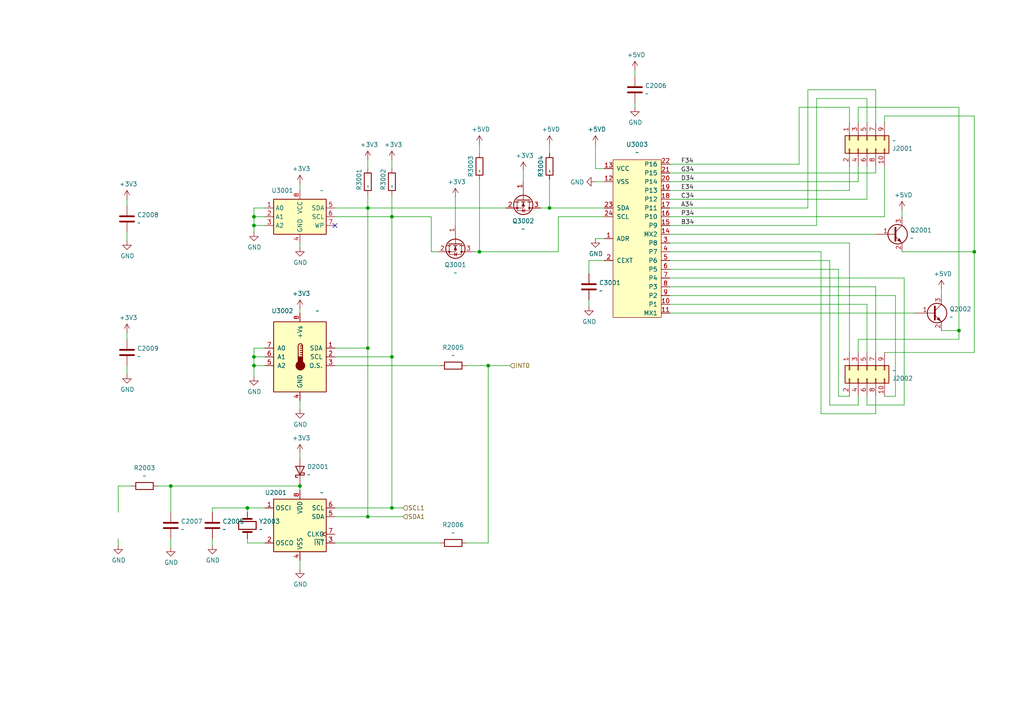
<source format=kicad_sch>
(kicad_sch (version 20211123) (generator eeschema)
  (paper "A4")
  (lib_symbols
    (symbol "CEN-SCHEMA:SAA1064T" (pin_names (offset 1.016))
      (property "Reference" "U" (at 46.355 1.905 0))
      (property "Value" "SAA1064T" (at 46.355 1.905 0))
      (symbol "SAA1064T_0_1"
        (rectangle (start -5.08 22.86) (end 8.89 -22.86) (fill (type background)))
      )
      (symbol "SAA1064T_1_1"
        (pin input line (at 11.43 0 180) (length 2.54) (name "ADR") (number "1"))
        (pin input line (at -7.62 -19.05 0) (length 2.54) (name "P1") (number "10"))
        (pin input line (at -7.62 -21.59 0) (length 2.54) (name "MX1") (number "11"))
        (pin input line (at 11.43 16.51 180) (length 2.54) (name "VSS") (number "12"))
        (pin input line (at 11.43 20.32 180) (length 2.54) (name "VCC") (number "13"))
        (pin input line (at -7.62 1.27 0) (length 2.54) (name "MX2") (number "14"))
        (pin input line (at -7.62 3.81 0) (length 2.54) (name "P9") (number "15"))
        (pin input line (at -7.62 6.35 0) (length 2.54) (name "P10") (number "16"))
        (pin input line (at -7.62 8.89 0) (length 2.54) (name "P11") (number "17"))
        (pin input line (at -7.62 11.43 0) (length 2.54) (name "P12") (number "18"))
        (pin input line (at -7.62 13.97 0) (length 2.54) (name "P13") (number "19"))
        (pin input line (at 11.43 -6.35 180) (length 2.54) (name "CEXT") (number "2"))
        (pin input line (at -7.62 16.51 0) (length 2.54) (name "P14") (number "20"))
        (pin input line (at -7.62 19.05 0) (length 2.54) (name "P15") (number "21"))
        (pin input line (at -7.62 21.59 0) (length 2.54) (name "P16") (number "22"))
        (pin input line (at 11.43 8.89 180) (length 2.54) (name "SDA") (number "23"))
        (pin input line (at 11.43 6.35 180) (length 2.54) (name "SCL") (number "24"))
        (pin input line (at -7.62 -1.27 0) (length 2.54) (name "P8") (number "3"))
        (pin input line (at -7.62 -3.81 0) (length 2.54) (name "P7") (number "4"))
        (pin input line (at -7.62 -6.35 0) (length 2.54) (name "P6") (number "5"))
        (pin input line (at -7.62 -8.89 0) (length 2.54) (name "P5") (number "6"))
        (pin input line (at -7.62 -11.43 0) (length 2.54) (name "P4") (number "7"))
        (pin input line (at -7.62 -13.97 0) (length 2.54) (name "P3") (number "8"))
        (pin input line (at -7.62 -16.51 0) (length 2.54) (name "P2") (number "9"))
      )
    )
    (symbol "Connector_Generic:Conn_02x05_Odd_Even" (pin_names (offset 1.016) hide)
      (property "Reference" "J" (at 1.27 7.62 0))
      (property "Value" "Conn_02x05_Odd_Even" (at 1.27 -7.62 0))
      (symbol "Conn_02x05_Odd_Even_1_1"
        (rectangle (start -1.27 -4.953) (end 0 -5.207) (stroke (width 0.1524)))
        (rectangle (start -1.27 -2.413) (end 0 -2.667) (stroke (width 0.1524)))
        (rectangle (start -1.27 0.127) (end 0 -0.127) (stroke (width 0.1524)))
        (rectangle (start -1.27 2.667) (end 0 2.413) (stroke (width 0.1524)))
        (rectangle (start -1.27 5.207) (end 0 4.953) (stroke (width 0.1524)))
        (rectangle (start -1.27 6.35) (end 3.81 -6.35) (stroke (width 0.254)) (fill (type background)))
        (rectangle (start 3.81 -4.953) (end 2.54 -5.207) (stroke (width 0.1524)))
        (rectangle (start 3.81 -2.413) (end 2.54 -2.667) (stroke (width 0.1524)))
        (rectangle (start 3.81 0.127) (end 2.54 -0.127) (stroke (width 0.1524)))
        (rectangle (start 3.81 2.667) (end 2.54 2.413) (stroke (width 0.1524)))
        (rectangle (start 3.81 5.207) (end 2.54 4.953) (stroke (width 0.1524)))
        (pin passive line (at -5.08 5.08 0) (length 3.81) (name "Pin_1") (number "1"))
        (pin passive line (at 7.62 -5.08 180) (length 3.81) (name "Pin_10") (number "10"))
        (pin passive line (at 7.62 5.08 180) (length 3.81) (name "Pin_2") (number "2"))
        (pin passive line (at -5.08 2.54 0) (length 3.81) (name "Pin_3") (number "3"))
        (pin passive line (at 7.62 2.54 180) (length 3.81) (name "Pin_4") (number "4"))
        (pin passive line (at -5.08 0 0) (length 3.81) (name "Pin_5") (number "5"))
        (pin passive line (at 7.62 0 180) (length 3.81) (name "Pin_6") (number "6"))
        (pin passive line (at -5.08 -2.54 0) (length 3.81) (name "Pin_7") (number "7"))
        (pin passive line (at 7.62 -2.54 180) (length 3.81) (name "Pin_8") (number "8"))
        (pin passive line (at -5.08 -5.08 0) (length 3.81) (name "Pin_9") (number "9"))
      )
    )
    (symbol "Device:C" (pin_numbers hide) (pin_names (offset 0.254))
      (property "Reference" "C" (at 0.635 2.54 0))
      (property "Value" "C" (at 0.635 -2.54 0))
      (symbol "C_0_1"
        (polyline (pts (xy -2.032 -0.762) (xy 2.032 -0.762)) (stroke (width 0.508)))
        (polyline (pts (xy -2.032 0.762) (xy 2.032 0.762)) (stroke (width 0.508)))
      )
      (symbol "C_1_1"
        (pin passive line (at 0 3.81 270) (length 2.794) (name "~") (number "1"))
        (pin passive line (at 0 -3.81 90) (length 2.794) (name "~") (number "2"))
      )
    )
    (symbol "Device:Crystal" (pin_numbers hide) (pin_names (offset 1.016) hide)
      (property "Reference" "Y" (at 0 3.81 0))
      (property "Value" "Crystal" (at 0 -3.81 0))
      (symbol "Crystal_0_1"
        (rectangle (start -1.143 2.54) (end 1.143 -2.54) (stroke (width 0.3048)))
        (polyline (pts (xy -2.54 0) (xy -1.905 0)))
        (polyline (pts (xy -1.905 -1.27) (xy -1.905 1.27)) (stroke (width 0.508)))
        (polyline (pts (xy 1.905 -1.27) (xy 1.905 1.27)) (stroke (width 0.508)))
        (polyline (pts (xy 2.54 0) (xy 1.905 0)))
      )
      (symbol "Crystal_1_1"
        (pin passive line (at -3.81 0 0) (length 1.27) (name "1") (number "1"))
        (pin passive line (at 3.81 0 180) (length 1.27) (name "2") (number "2"))
      )
    )
    (symbol "Device:D_Schottky" (pin_numbers hide) (pin_names (offset 1.016) hide)
      (property "Reference" "D" (at 0 2.54 0))
      (property "Value" "D_Schottky" (at 0 -2.54 0))
      (symbol "D_Schottky_0_1"
        (polyline (pts (xy 1.27 0) (xy -1.27 0)))
        (polyline (pts (xy 1.27 1.27) (xy 1.27 -1.27) (xy -1.27 0) (xy 1.27 1.27)) (stroke (width 0.254)))
        (polyline (pts (xy -1.905 0.635) (xy -1.905 1.27) (xy -1.27 1.27) (xy -1.27 -1.27) (xy -0.635 -1.27) (xy -0.635 -0.635)) (stroke (width 0.254)))
      )
      (symbol "D_Schottky_1_1"
        (pin passive line (at -3.81 0 0) (length 2.54) (name "K") (number "1"))
        (pin passive line (at 3.81 0 180) (length 2.54) (name "A") (number "2"))
      )
    )
    (symbol "Device:R" (pin_numbers hide) (pin_names (offset 0))
      (property "Reference" "R" (at 2.032 0 90))
      (property "Value" "R" (at 0 0 90))
      (symbol "R_0_1"
        (rectangle (start -1.016 -2.54) (end 1.016 2.54) (stroke (width 0.254)))
      )
      (symbol "R_1_1"
        (pin passive line (at 0 3.81 270) (length 1.27) (name "~") (number "1"))
        (pin passive line (at 0 -3.81 90) (length 1.27) (name "~") (number "2"))
      )
    )
    (symbol "Memory_EEPROM:24LC1025"
      (property "Reference" "U" (at -6.35 6.35 0))
      (property "Value" "24LC1025" (at 1.27 6.35 0))
      (symbol "24LC1025_1_1"
        (rectangle (start -7.62 5.08) (end 7.62 -5.08) (stroke (width 0.254)) (fill (type background)))
        (pin input line (at -10.16 2.54 0) (length 2.54) (name "A0") (number "1"))
        (pin input line (at -10.16 0 0) (length 2.54) (name "A1") (number "2"))
        (pin input line (at -10.16 -2.54 0) (length 2.54) (name "A2") (number "3"))
        (pin power_in line (at 0 -7.62 90) (length 2.54) (name "GND") (number "4"))
        (pin bidirectional line (at 10.16 2.54 180) (length 2.54) (name "SDA") (number "5"))
        (pin input line (at 10.16 0 180) (length 2.54) (name "SCL") (number "6"))
        (pin input line (at 10.16 -2.54 180) (length 2.54) (name "WP") (number "7"))
        (pin power_in line (at 0 7.62 270) (length 2.54) (name "VCC") (number "8"))
      )
    )
    (symbol "Sensor_Temperature:LM75C" (pin_names (offset 1.016))
      (property "Reference" "U" (at -6.35 11.43 0))
      (property "Value" "LM75C" (at 0 11.43 0))
      (symbol "LM75C_0_1"
        (rectangle (start -7.62 10.16) (end 7.62 -10.16) (stroke (width 0.254)) (fill (type background)))
        (circle (center -0.127 -2.54) (radius 1.27) (stroke (width 0.254)) (fill (type outline)))
        (polyline (pts (xy -0.762 0.635) (xy -0.127 0.635)) (stroke (width 0.254)))
        (polyline (pts (xy -0.762 1.27) (xy -0.127 1.27)) (stroke (width 0.254)))
        (polyline (pts (xy -0.762 1.905) (xy -0.127 1.905)) (stroke (width 0.254)))
        (polyline (pts (xy -0.762 2.54) (xy -0.127 2.54)) (stroke (width 0.254)))
        (polyline (pts (xy -0.762 3.175) (xy -0.762 0)) (stroke (width 0.254)))
        (polyline (pts (xy -0.762 3.175) (xy -0.127 3.175)) (stroke (width 0.254)))
        (polyline (pts (xy 0.508 3.175) (xy 0.508 0)) (stroke (width 0.254)))
        (rectangle (start 0.508 -1.905) (end -0.762 0) (stroke (width 0.254)) (fill (type outline)))
        (arc (start 0.508 3.175) (mid -0.127 3.81) (end -0.762 3.175) (stroke (width 0.254)))
      )
      (symbol "LM75C_1_1"
        (pin bidirectional line (at -10.16 2.54 0) (length 2.54) (name "SDA") (number "1"))
        (pin input line (at -10.16 0 0) (length 2.54) (name "SCL") (number "2"))
        (pin open_collector line (at -10.16 -2.54 0) (length 2.54) (name "O.S.") (number "3"))
        (pin power_in line (at 0 -12.7 90) (length 2.54) (name "GND") (number "4"))
        (pin input line (at 10.16 -2.54 180) (length 2.54) (name "A2") (number "5"))
        (pin input line (at 10.16 0 180) (length 2.54) (name "A1") (number "6"))
        (pin input line (at 10.16 2.54 180) (length 2.54) (name "A0") (number "7"))
        (pin power_in line (at 0 12.7 270) (length 2.54) (name "+Vs") (number "8"))
      )
    )
    (symbol "Timer_RTC:PCF8563T"
      (property "Reference" "U" (at -7.62 8.89 0))
      (property "Value" "PCF8563T" (at 2.54 8.89 0))
      (symbol "PCF8563T_0_1"
        (rectangle (start -7.62 7.62) (end 7.62 -7.62) (stroke (width 0.254)) (fill (type background)))
      )
      (symbol "PCF8563T_1_1"
        (pin input line (at -10.16 5.08 0) (length 2.54) (name "OSCI") (number "1"))
        (pin output line (at -10.16 -5.08 0) (length 2.54) (name "OSCO") (number "2"))
        (pin output line (at 10.16 -5.08 180) (length 2.54) (name "~{INT}") (number "3"))
        (pin power_in line (at 0 -10.16 90) (length 2.54) (name "VSS") (number "4"))
        (pin bidirectional line (at 10.16 2.54 180) (length 2.54) (name "SDA") (number "5"))
        (pin input line (at 10.16 5.08 180) (length 2.54) (name "SCL") (number "6"))
        (pin output clock (at 10.16 -2.54 180) (length 2.54) (name "CLKO") (number "7"))
        (pin power_in line (at 0 10.16 270) (length 2.54) (name "VDD") (number "8"))
      )
    )
    (symbol "Transistor_BJT:BC817" (pin_names (offset 0) hide)
      (property "Reference" "Q" (at 5.08 1.905 0))
      (property "Value" "BC817" (at 5.08 0 0))
      (symbol "BC817_0_1"
        (polyline (pts (xy 0.635 0.635) (xy 2.54 2.54)))
        (polyline (pts (xy 0.635 -0.635) (xy 2.54 -2.54) (xy 2.54 -2.54)))
        (polyline (pts (xy 0.635 1.905) (xy 0.635 -1.905) (xy 0.635 -1.905)) (stroke (width 0.508)))
        (polyline (pts (xy 1.27 -1.778) (xy 1.778 -1.27) (xy 2.286 -2.286) (xy 1.27 -1.778) (xy 1.27 -1.778)) (fill (type outline)))
        (circle (center 1.27 0) (radius 2.8194) (stroke (width 0.254)))
      )
      (symbol "BC817_1_1"
        (pin input line (at -5.08 0 0) (length 5.715) (name "B") (number "1"))
        (pin passive line (at 2.54 -5.08 90) (length 2.54) (name "E") (number "2"))
        (pin passive line (at 2.54 5.08 270) (length 2.54) (name "C") (number "3"))
      )
    )
    (symbol "Transistor_FET:2N7002" (pin_names hide)
      (property "Reference" "Q" (at 5.08 1.905 0))
      (property "Value" "2N7002" (at 5.08 0 0))
      (symbol "2N7002_0_1"
        (polyline (pts (xy 0.254 0) (xy -2.54 0)))
        (polyline (pts (xy 0.254 1.905) (xy 0.254 -1.905)) (stroke (width 0.254)))
        (polyline (pts (xy 0.762 -1.27) (xy 0.762 -2.286)) (stroke (width 0.254)))
        (polyline (pts (xy 0.762 0.508) (xy 0.762 -0.508)) (stroke (width 0.254)))
        (polyline (pts (xy 0.762 2.286) (xy 0.762 1.27)) (stroke (width 0.254)))
        (polyline (pts (xy 2.54 2.54) (xy 2.54 1.778)))
        (polyline (pts (xy 2.54 -2.54) (xy 2.54 0) (xy 0.762 0)))
        (polyline (pts (xy 0.762 -1.778) (xy 3.302 -1.778) (xy 3.302 1.778) (xy 0.762 1.778)))
        (polyline (pts (xy 1.016 0) (xy 2.032 0.381) (xy 2.032 -0.381) (xy 1.016 0)) (fill (type outline)))
        (polyline (pts (xy 2.794 0.508) (xy 2.921 0.381) (xy 3.683 0.381) (xy 3.81 0.254)))
        (polyline (pts (xy 3.302 0.381) (xy 2.921 -0.254) (xy 3.683 -0.254) (xy 3.302 0.381)))
        (circle (center 1.651 0) (radius 2.794) (stroke (width 0.254)))
        (circle (center 2.54 -1.778) (radius 0.254) (fill (type outline)))
        (circle (center 2.54 1.778) (radius 0.254) (fill (type outline)))
      )
      (symbol "2N7002_1_1"
        (pin input line (at -5.08 0 0) (length 2.54) (name "G") (number "1"))
        (pin passive line (at 2.54 -5.08 90) (length 2.54) (name "S") (number "2"))
        (pin passive line (at 2.54 5.08 270) (length 2.54) (name "D") (number "3"))
      )
    )
    (symbol "power:+3.3V" (power) (pin_names (offset 0))
      (property "Value" "+3.3V" (at 0 3.556 0))
      (symbol "+3.3V_0_1"
        (polyline (pts (xy -0.762 1.27) (xy 0 2.54)))
        (polyline (pts (xy 0 0) (xy 0 2.54)))
        (polyline (pts (xy 0 2.54) (xy 0.762 1.27)))
      )
      (symbol "+3.3V_1_1"
        (pin power_in line (at 0 0 90) (length 0) hide (name "+3V3") (number "1"))
      )
    )
    (symbol "power:+5VD" (power) (pin_names (offset 0))
      (property "Value" "+5VD" (at 0 3.556 0))
      (symbol "+5VD_0_1"
        (polyline (pts (xy -0.762 1.27) (xy 0 2.54)))
        (polyline (pts (xy 0 0) (xy 0 2.54)))
        (polyline (pts (xy 0 2.54) (xy 0.762 1.27)))
      )
      (symbol "+5VD_1_1"
        (pin power_in line (at 0 0 90) (length 0) hide (name "+5VD") (number "1"))
      )
    )
    (symbol "power:GND" (power) (pin_names (offset 0))
      (property "Value" "GND" (at 0 -3.81 0))
      (symbol "GND_0_1"
        (polyline (pts (xy 0 0) (xy 0 -1.27) (xy 1.27 -1.27) (xy 0 -2.54) (xy -1.27 -1.27) (xy 0 -1.27)))
      )
      (symbol "GND_1_1"
        (pin power_in line (at 0 0 270) (length 0) hide (name "GND") (number "1"))
      )
    )
  )
  (junction (at 159.385 60.325))
  (junction (at 139.065 73.025))
  (junction (at 282.575 73.025))
  (junction (at 113.665 147.32))
  (junction (at 106.68 149.86))
  (junction (at 86.995 140.97))
  (junction (at 113.665 62.865))
  (junction (at 141.605 106.045))
  (junction (at 73.66 62.865))
  (junction (at 73.66 65.405))
  (junction (at 73.66 106.045))
  (junction (at 278.13 95.885))
  (junction (at 106.68 60.325))
  (junction (at 71.755 147.32))
  (junction (at 113.665 103.505))
  (junction (at 49.53 140.97))
  (junction (at 73.66 103.505))
  (junction (at 106.68 100.965))
  (no_connect (at 97.155 65.405))
  (wire (pts (xy 248.92 31.115) (xy 248.92 35.56)))
  (wire (pts (xy 73.66 62.865) (xy 73.66 60.325)))
  (wire (pts (xy 248.92 98.425) (xy 248.92 102.235)))
  (wire (pts (xy 278.13 95.885) (xy 278.13 98.425)))
  (wire (pts (xy 71.755 157.48) (xy 76.835 157.48)))
  (wire (pts (xy 86.995 55.245) (xy 86.995 53.34)))
  (wire (pts (xy 240.665 75.565) (xy 240.665 117.475)))
  (wire (pts (xy 106.68 60.325) (xy 106.68 100.965)))
  (wire (pts (xy 194.31 47.625) (xy 231.775 47.625)))
  (wire (pts (xy 248.92 52.705) (xy 248.92 48.26)))
  (wire (pts (xy 139.065 52.07) (xy 139.065 73.025)))
  (wire (pts (xy 273.05 85.725) (xy 273.05 83.82)))
  (wire (pts (xy 251.46 57.785) (xy 251.46 48.26)))
  (wire (pts (xy 49.53 140.97) (xy 45.72 140.97)))
  (wire (pts (xy 76.835 100.965) (xy 73.66 100.965)))
  (wire (pts (xy 236.855 28.575) (xy 251.46 28.575)))
  (wire (pts (xy 113.665 48.895) (xy 113.665 46.355)))
  (wire (pts (xy 194.31 73.025) (xy 238.125 73.025)))
  (wire (pts (xy 170.815 86.995) (xy 170.815 88.9)))
  (wire (pts (xy 254 50.165) (xy 254 48.26)))
  (wire (pts (xy 259.715 85.725) (xy 259.715 114.935)))
  (wire (pts (xy 194.31 65.405) (xy 236.855 65.405)))
  (wire (pts (xy 38.1 140.97) (xy 34.29 140.97)))
  (wire (pts (xy 86.995 140.97) (xy 49.53 140.97)))
  (wire (pts (xy 265.43 90.805) (xy 194.31 90.805)))
  (wire (pts (xy 184.15 20.32) (xy 184.15 22.225)))
  (wire (pts (xy 231.775 31.115) (xy 246.38 31.115)))
  (wire (pts (xy 248.92 117.475) (xy 248.92 114.935)))
  (wire (pts (xy 106.68 149.86) (xy 97.155 149.86)))
  (wire (pts (xy 175.26 75.565) (xy 170.815 75.565)))
  (wire (pts (xy 106.68 60.325) (xy 146.685 60.325)))
  (wire (pts (xy 254 120.015) (xy 254 114.935)))
  (wire (pts (xy 238.125 120.015) (xy 254 120.015)))
  (wire (pts (xy 238.125 73.025) (xy 238.125 120.015)))
  (wire (pts (xy 261.62 73.025) (xy 282.575 73.025)))
  (wire (pts (xy 76.835 103.505) (xy 73.66 103.505)))
  (wire (pts (xy 76.835 65.405) (xy 73.66 65.405)))
  (wire (pts (xy 76.835 62.865) (xy 73.66 62.865)))
  (wire (pts (xy 113.665 62.865) (xy 113.665 103.505)))
  (wire (pts (xy 73.66 100.965) (xy 73.66 103.505)))
  (wire (pts (xy 141.605 157.48) (xy 135.255 157.48)))
  (wire (pts (xy 97.155 103.505) (xy 113.665 103.505)))
  (wire (pts (xy 261.62 62.865) (xy 261.62 60.96)))
  (wire (pts (xy 246.38 31.115) (xy 246.38 35.56)))
  (wire (pts (xy 113.665 56.515) (xy 113.665 62.865)))
  (wire (pts (xy 234.315 26.035) (xy 234.315 60.325)))
  (wire (pts (xy 172.72 41.91) (xy 172.72 48.895)))
  (wire (pts (xy 273.05 95.885) (xy 278.13 95.885)))
  (wire (pts (xy 282.575 102.235) (xy 282.575 73.025)))
  (wire (pts (xy 34.29 156.21) (xy 34.29 158.115)))
  (wire (pts (xy 156.845 60.325) (xy 159.385 60.325)))
  (wire (pts (xy 97.155 106.045) (xy 127.635 106.045)))
  (wire (pts (xy 172.72 52.705) (xy 175.26 52.705)))
  (wire (pts (xy 194.31 67.945) (xy 254 67.945)))
  (wire (pts (xy 194.31 70.485) (xy 246.38 70.485)))
  (wire (pts (xy 243.205 78.105) (xy 243.205 114.935)))
  (wire (pts (xy 125.095 73.025) (xy 127 73.025)))
  (wire (pts (xy 278.13 31.115) (xy 278.13 95.885)))
  (wire (pts (xy 73.66 65.405) (xy 73.66 67.31)))
  (wire (pts (xy 254 83.185) (xy 254 102.235)))
  (wire (pts (xy 236.855 28.575) (xy 236.855 65.405)))
  (wire (pts (xy 172.72 48.895) (xy 175.26 48.895)))
  (wire (pts (xy 97.155 62.865) (xy 113.665 62.865)))
  (wire (pts (xy 113.665 62.865) (xy 125.095 62.865)))
  (wire (pts (xy 141.605 106.045) (xy 141.605 157.48)))
  (wire (pts (xy 256.54 33.655) (xy 256.54 35.56)))
  (wire (pts (xy 86.995 140.97) (xy 86.995 140.335)))
  (wire (pts (xy 282.575 73.025) (xy 282.575 33.655)))
  (wire (pts (xy 194.31 57.785) (xy 251.46 57.785)))
  (wire (pts (xy 246.38 55.245) (xy 246.38 48.26)))
  (wire (pts (xy 106.68 48.895) (xy 106.68 46.355)))
  (wire (pts (xy 159.385 41.91) (xy 159.385 44.45)))
  (wire (pts (xy 73.66 103.505) (xy 73.66 106.045)))
  (wire (pts (xy 259.715 114.935) (xy 256.54 114.935)))
  (wire (pts (xy 151.765 52.705) (xy 151.765 49.53)))
  (wire (pts (xy 159.385 60.325) (xy 175.26 60.325)))
  (wire (pts (xy 139.065 73.025) (xy 161.925 73.025)))
  (wire (pts (xy 36.83 67.31) (xy 36.83 69.85)))
  (wire (pts (xy 61.595 156.21) (xy 61.595 158.115)))
  (wire (pts (xy 194.31 60.325) (xy 234.315 60.325)))
  (wire (pts (xy 113.665 147.32) (xy 113.665 103.505)))
  (wire (pts (xy 139.065 41.91) (xy 139.065 44.45)))
  (wire (pts (xy 106.68 149.86) (xy 116.84 149.86)))
  (wire (pts (xy 132.08 65.405) (xy 132.08 57.15)))
  (wire (pts (xy 246.38 70.485) (xy 246.38 102.235)))
  (wire (pts (xy 86.995 142.24) (xy 86.995 140.97)))
  (wire (pts (xy 240.665 117.475) (xy 248.92 117.475)))
  (wire (pts (xy 86.995 162.56) (xy 86.995 165.1)))
  (wire (pts (xy 71.755 147.32) (xy 71.755 148.59)))
  (wire (pts (xy 86.995 131.445) (xy 86.995 132.715)))
  (wire (pts (xy 194.31 83.185) (xy 254 83.185)))
  (wire (pts (xy 73.66 65.405) (xy 73.66 62.865)))
  (wire (pts (xy 159.385 52.07) (xy 159.385 60.325)))
  (wire (pts (xy 194.31 85.725) (xy 259.715 85.725)))
  (wire (pts (xy 76.835 147.32) (xy 71.755 147.32)))
  (wire (pts (xy 86.995 90.805) (xy 86.995 89.535)))
  (wire (pts (xy 86.995 116.205) (xy 86.995 118.745)))
  (wire (pts (xy 34.29 140.97) (xy 34.29 148.59)))
  (wire (pts (xy 194.31 50.165) (xy 254 50.165)))
  (wire (pts (xy 161.925 73.025) (xy 161.925 62.865)))
  (wire (pts (xy 194.31 75.565) (xy 240.665 75.565)))
  (wire (pts (xy 170.815 75.565) (xy 170.815 79.375)))
  (wire (pts (xy 97.155 157.48) (xy 127.635 157.48)))
  (wire (pts (xy 194.31 80.645) (xy 262.255 80.645)))
  (wire (pts (xy 36.83 106.045) (xy 36.83 108.585)))
  (wire (pts (xy 194.31 52.705) (xy 248.92 52.705)))
  (wire (pts (xy 251.46 28.575) (xy 251.46 35.56)))
  (wire (pts (xy 141.605 106.045) (xy 147.955 106.045)))
  (wire (pts (xy 278.13 31.115) (xy 248.92 31.115)))
  (wire (pts (xy 243.205 114.935) (xy 246.38 114.935)))
  (wire (pts (xy 231.775 31.115) (xy 231.775 47.625)))
  (wire (pts (xy 184.15 29.845) (xy 184.15 31.115)))
  (wire (pts (xy 86.995 70.485) (xy 86.995 71.755)))
  (wire (pts (xy 137.16 73.025) (xy 139.065 73.025)))
  (wire (pts (xy 97.155 147.32) (xy 113.665 147.32)))
  (wire (pts (xy 251.46 88.265) (xy 251.46 102.235)))
  (wire (pts (xy 234.315 26.035) (xy 254 26.035)))
  (wire (pts (xy 113.665 147.32) (xy 116.84 147.32)))
  (wire (pts (xy 194.31 78.105) (xy 243.205 78.105)))
  (wire (pts (xy 61.595 147.32) (xy 61.595 148.59)))
  (wire (pts (xy 76.835 60.325) (xy 73.66 60.325)))
  (wire (pts (xy 254 26.035) (xy 254 35.56)))
  (wire (pts (xy 97.155 60.325) (xy 106.68 60.325)))
  (wire (pts (xy 256.54 102.235) (xy 282.575 102.235)))
  (wire (pts (xy 262.255 117.475) (xy 251.46 117.475)))
  (wire (pts (xy 76.835 106.045) (xy 73.66 106.045)))
  (wire (pts (xy 97.155 100.965) (xy 106.68 100.965)))
  (wire (pts (xy 262.255 80.645) (xy 262.255 117.475)))
  (wire (pts (xy 71.755 147.32) (xy 61.595 147.32)))
  (wire (pts (xy 125.095 62.865) (xy 125.095 73.025)))
  (wire (pts (xy 135.255 106.045) (xy 141.605 106.045)))
  (wire (pts (xy 194.31 88.265) (xy 251.46 88.265)))
  (wire (pts (xy 161.925 62.865) (xy 175.26 62.865)))
  (wire (pts (xy 49.53 140.97) (xy 49.53 148.59)))
  (wire (pts (xy 251.46 117.475) (xy 251.46 114.935)))
  (wire (pts (xy 278.13 98.425) (xy 248.92 98.425)))
  (wire (pts (xy 49.53 156.21) (xy 49.53 158.75)))
  (wire (pts (xy 256.54 62.865) (xy 256.54 48.26)))
  (wire (pts (xy 71.755 156.21) (xy 71.755 157.48)))
  (wire (pts (xy 106.68 100.965) (xy 106.68 149.86)))
  (wire (pts (xy 194.31 62.865) (xy 256.54 62.865)))
  (wire (pts (xy 106.68 56.515) (xy 106.68 60.325)))
  (wire (pts (xy 194.31 55.245) (xy 246.38 55.245)))
  (wire (pts (xy 73.66 106.045) (xy 73.66 109.22)))
  (wire (pts (xy 282.575 33.655) (xy 256.54 33.655)))
  (wire (pts (xy 172.72 69.215) (xy 175.26 69.215)))
  (wire (pts (xy 36.83 57.785) (xy 36.83 59.69)))
  (wire (pts (xy 36.83 96.52) (xy 36.83 98.425)))
  (label "F34" (at 197.485 47.625 0))
  (label "P34" (at 197.485 62.865 0))
  (label "A34" (at 197.485 60.325 0))
  (label "C34" (at 197.485 57.785 0))
  (label "B34" (at 197.485 65.405 0))
  (label "D34" (at 197.485 52.705 0))
  (label "E34" (at 197.485 55.245 0))
  (label "G34" (at 197.485 50.165 0))
  (hierarchical_label "INT0" (shape input) (at 147.955 106.045 0))
  (hierarchical_label "SCL1" (shape input) (at 116.84 147.32 0))
  (hierarchical_label "SDA1" (shape input) (at 116.84 149.86 0))
  (symbol (lib_id "Transistor_FET:2N7002") (at 132.08 70.485 270) (unit 1)
    (property "Reference" "Q3001" (at 132.08 76.8096 90))
    (property "Value" "~" (at 132.08 79.121 90))
    (property "Datasheet" "https://www.onsemi.com/pub/Collateral/NDS7002A-D.PDF" (effects hide))
  )
  (symbol (lib_id "Transistor_FET:2N7002") (at 151.765 57.785 270) (unit 1)
    (property "Reference" "Q3002" (at 151.765 64.1096 90))
    (property "Value" "~" (at 151.765 66.421 90))
    (property "Datasheet" "https://www.onsemi.com/pub/Collateral/NDS7002A-D.PDF" (effects hide))
  )
  (symbol (lib_id "Device:R") (at 139.065 48.26 0) (unit 1)
    (property "Reference" "R3003" (at 136.525 51.435 90) (effects (justify left)))
    (property "Value" "~" (at 139.065 50.165 90) (effects (justify left)))
  )
  (symbol (lib_id "Device:R") (at 159.385 48.26 0) (unit 1)
    (property "Reference" "R3004" (at 156.845 51.435 90) (effects (justify left)))
    (property "Value" "~" (at 159.385 50.165 90) (effects (justify left)))
  )
  (symbol (lib_id "power:+3.3V") (at 132.08 57.15 0) (unit 1)
    (property "Reference" "#PWR0153" (effects hide))
    (property "Value" "~" (at 132.461 52.7558 0))
  )
  (symbol (lib_id "power:+3.3V") (at 151.765 49.53 0) (unit 1)
    (property "Reference" "#PWR0154" (effects hide))
    (property "Value" "~" (at 152.146 45.1358 0))
  )
  (symbol (lib_id "power:+5VD") (at 159.385 41.91 0) (unit 1)
    (property "Reference" "#PWR0155" (effects hide))
    (property "Value" "~" (at 159.766 37.5158 0))
  )
  (symbol (lib_id "power:+5VD") (at 139.065 41.91 0) (unit 1)
    (property "Reference" "#PWR0156" (effects hide))
    (property "Value" "~" (at 139.446 37.5158 0))
  )
  (symbol (lib_id "power:+5VD") (at 172.72 41.91 0) (unit 1)
    (property "Reference" "#PWR0157" (effects hide))
    (property "Value" "~" (at 173.101 37.5158 0))
  )
  (symbol (lib_id "power:GND") (at 172.72 52.705 270) (unit 1)
    (property "Reference" "#PWR0158" (effects hide))
    (property "Value" "~" (at 169.4688 52.832 90) (effects (justify right)))
  )
  (symbol (lib_id "Timer_RTC:PCF8563T") (at 86.995 152.4 0) (unit 1)
    (property "Reference" "U2001" (at 80.01 142.875 0))
    (property "Value" "~" (at 93.345 142.875 0))
    (property "Datasheet" "https://assets.nexperia.com/documents/data-sheet/PCF8563.pdf" (effects hide))
  )
  (symbol (lib_id "power:GND") (at 86.995 118.745 0) (unit 1)
    (property "Reference" "#PWR0159" (effects hide))
    (property "Value" "~" (at 87.122 123.1392 0))
  )
  (symbol (lib_id "power:+3.3V") (at 86.995 89.535 0) (unit 1)
    (property "Reference" "#PWR0160" (effects hide))
    (property "Value" "~" (at 87.376 85.1408 0))
  )
  (symbol (lib_id "Device:D_Schottky") (at 86.995 136.525 90) (unit 1)
    (property "Reference" "D2001" (at 89.027 135.3566 90) (effects (justify right)))
    (property "Value" "~" (at 89.027 137.668 90) (effects (justify right)))
  )
  (symbol (lib_id "Device:Crystal") (at 71.755 152.4 270) (unit 1)
    (property "Reference" "Y2003" (at 75.0824 151.2316 90) (effects (justify left)))
    (property "Value" "~" (at 75.0824 153.543 90) (effects (justify left)))
  )
  (symbol (lib_id "Device:C") (at 61.595 152.4 0) (unit 1)
    (property "Reference" "C2005" (at 64.516 151.2316 0) (effects (justify left)))
    (property "Value" "~" (at 64.516 153.543 0) (effects (justify left)))
  )
  (symbol (lib_id "power:GND") (at 61.595 158.115 0) (unit 1)
    (property "Reference" "#PWR0138" (effects hide))
    (property "Value" "~" (at 61.722 162.5092 0))
  )
  (symbol (lib_id "power:GND") (at 86.995 165.1 0) (unit 1)
    (property "Reference" "#PWR0161" (effects hide))
    (property "Value" "~" (at 87.122 169.4942 0))
  )
  (symbol (lib_id "power:+3.3V") (at 86.995 131.445 0) (unit 1)
    (property "Reference" "#PWR0162" (effects hide))
    (property "Value" "~" (at 87.376 127.0508 0))
  )
  (symbol (lib_id "Device:R") (at 41.91 140.97 270) (unit 1)
    (property "Reference" "R2003" (at 41.91 135.7122 90))
    (property "Value" "~" (at 41.91 138.0236 90))
  )
  (symbol (lib_id "PIC32MZ_EF_100-rescue:CP-Device") (at 34.29 152.4 0) (unit 1)
    (property "Reference" "C2004" (at 37.2872 151.2316 0) (effects (justify left)))
    (property "Value" "~" (at 37.2872 153.543 0) (effects (justify left)))
  )
  (symbol (lib_id "power:GND") (at 34.29 158.115 0) (unit 1)
    (property "Reference" "#PWR0163" (effects hide))
    (property "Value" "~" (at 34.417 162.5092 0))
  )
  (symbol (lib_id "Device:R") (at 131.445 157.48 270) (unit 1)
    (property "Reference" "R2006" (at 131.445 152.2222 90))
    (property "Value" "~" (at 131.445 154.5336 90))
  )
  (symbol (lib_id "Device:R") (at 131.445 106.045 270) (unit 1)
    (property "Reference" "R2005" (at 131.445 100.7872 90))
    (property "Value" "~" (at 131.445 103.0986 90))
  )
  (symbol (lib_id "Device:C") (at 49.53 152.4 0) (unit 1)
    (property "Reference" "C2007" (at 52.451 151.2316 0) (effects (justify left)))
    (property "Value" "~" (at 52.451 153.543 0) (effects (justify left)))
  )
  (symbol (lib_id "power:GND") (at 49.53 158.75 0) (unit 1)
    (property "Reference" "#PWR0173" (effects hide))
    (property "Value" "~" (at 49.657 163.1442 0))
  )
  (symbol (lib_id "Device:C") (at 184.15 26.035 0) (unit 1)
    (property "Reference" "C2006" (at 187.071 24.8666 0) (effects (justify left)))
    (property "Value" "~" (at 187.071 27.178 0) (effects (justify left)))
  )
  (symbol (lib_id "power:GND") (at 184.15 31.115 0) (unit 1)
    (property "Reference" "#PWR0170" (effects hide))
    (property "Value" "~" (at 184.277 35.5092 0))
  )
  (symbol (lib_id "power:+5VD") (at 184.15 20.32 0) (unit 1)
    (property "Reference" "#PWR0171" (effects hide))
    (property "Value" "~" (at 184.531 15.9258 0))
  )
  (symbol (lib_id "CEN-SCHEMA:SAA1064T") (at 186.69 69.215 0) (mirror y) (unit 1)
    (property "Reference" "U3003" (at 184.785 41.91 0))
    (property "Value" "~" (at 184.785 44.2214 0))
  )
  (symbol (lib_id "Memory_EEPROM:24LC1025") (at 86.995 62.865 0) (unit 1)
    (property "Reference" "U3001" (at 81.915 55.245 0))
    (property "Value" "~" (at 93.345 55.245 0))
    (property "Datasheet" "http://ww1.microchip.com/downloads/en/DeviceDoc/21941B.pdf" (effects hide))
  )
  (symbol (lib_id "power:GND") (at 86.995 71.755 0) (unit 1)
    (property "Reference" "#PWR0145" (effects hide))
    (property "Value" "~" (at 87.122 76.1492 0))
  )
  (symbol (lib_id "power:+3.3V") (at 86.995 53.34 0) (unit 1)
    (property "Reference" "#PWR0146" (effects hide))
    (property "Value" "~" (at 87.376 48.9458 0))
  )
  (symbol (lib_id "power:GND") (at 73.66 67.31 0) (unit 1)
    (property "Reference" "#PWR0147" (effects hide))
    (property "Value" "~" (at 73.787 71.7042 0))
  )
  (symbol (lib_id "Device:R") (at 106.68 52.705 0) (unit 1)
    (property "Reference" "R3001" (at 104.14 55.245 90) (effects (justify left)))
    (property "Value" "~" (at 106.68 54.61 90) (effects (justify left)))
  )
  (symbol (lib_id "Device:R") (at 113.665 52.705 0) (unit 1)
    (property "Reference" "R3002" (at 111.125 55.245 90) (effects (justify left)))
    (property "Value" "~" (at 113.665 54.61 90) (effects (justify left)))
  )
  (symbol (lib_id "power:+3.3V") (at 106.68 46.355 0) (unit 1)
    (property "Reference" "#PWR0148" (effects hide))
    (property "Value" "~" (at 107.061 41.9608 0))
  )
  (symbol (lib_id "power:+3.3V") (at 113.665 46.355 0) (unit 1)
    (property "Reference" "#PWR0149" (effects hide))
    (property "Value" "~" (at 114.046 41.9608 0))
  )
  (symbol (lib_id "Sensor_Temperature:LM75C") (at 86.995 103.505 0) (mirror y) (unit 1)
    (property "Reference" "U3002" (at 81.915 90.17 0))
    (property "Value" "~" (at 92.075 90.17 0))
    (property "Datasheet" "http://www.ti.com/lit/ds/symlink/lm75b.pdf" (effects hide))
  )
  (symbol (lib_id "power:GND") (at 73.66 109.22 0) (unit 1)
    (property "Reference" "#PWR0150" (effects hide))
    (property "Value" "~" (at 73.787 113.6142 0))
  )
  (symbol (lib_id "power:GND") (at 172.72 69.215 0) (unit 1)
    (property "Reference" "#PWR0151" (effects hide))
    (property "Value" "~" (at 172.847 73.6092 0))
  )
  (symbol (lib_id "Device:C") (at 170.815 83.185 0) (unit 1)
    (property "Reference" "C3001" (at 173.736 82.0166 0) (effects (justify left)))
    (property "Value" "~" (at 173.736 84.328 0) (effects (justify left)))
  )
  (symbol (lib_id "power:GND") (at 170.815 88.9 0) (unit 1)
    (property "Reference" "#PWR0152" (effects hide))
    (property "Value" "~" (at 170.942 93.2942 0))
  )
  (symbol (lib_id "Connector_Generic:Conn_02x05_Odd_Even") (at 251.46 40.64 90) (mirror x) (unit 1)
    (property "Reference" "J2001" (at 258.7752 43.0784 90) (effects (justify right)))
    (property "Value" "~" (at 258.7752 40.767 90) (effects (justify right)))
  )
  (symbol (lib_id "Connector_Generic:Conn_02x05_Odd_Even") (at 251.46 107.315 90) (mirror x) (unit 1)
    (property "Reference" "J2002" (at 258.7752 109.7534 90) (effects (justify right)))
    (property "Value" "~" (at 258.7752 107.442 90) (effects (justify right)))
  )
  (symbol (lib_id "Transistor_BJT:BC817") (at 259.08 67.945 0) (unit 1)
    (property "Reference" "Q2001" (at 263.9314 66.7766 0) (effects (justify left)))
    (property "Value" "~" (at 263.9314 69.088 0) (effects (justify left)))
    (property "Datasheet" "https://www.onsemi.com/pub/Collateral/BC818-D.pdf" (effects hide))
  )
  (symbol (lib_id "Transistor_BJT:BC817") (at 270.51 90.805 0) (unit 1)
    (property "Reference" "Q2002" (at 275.3614 89.6366 0) (effects (justify left)))
    (property "Value" "~" (at 275.3614 91.948 0) (effects (justify left)))
    (property "Datasheet" "https://www.onsemi.com/pub/Collateral/BC818-D.pdf" (effects hide))
  )
  (symbol (lib_id "power:+5VD") (at 261.62 60.96 0) (unit 1)
    (property "Reference" "#PWR0192" (effects hide))
    (property "Value" "~" (at 262.001 56.5658 0))
  )
  (symbol (lib_id "power:+5VD") (at 273.05 83.82 0) (unit 1)
    (property "Reference" "#PWR0193" (effects hide))
    (property "Value" "~" (at 273.431 79.4258 0))
  )
  (symbol (lib_id "Device:C") (at 36.83 102.235 0) (unit 1)
    (property "Reference" "C2009" (at 39.751 101.0666 0) (effects (justify left)))
    (property "Value" "~" (at 39.751 103.378 0) (effects (justify left)))
  )
  (symbol (lib_id "power:+3.3V") (at 36.83 96.52 0) (unit 1)
    (property "Reference" "#PWR0197" (effects hide))
    (property "Value" "~" (at 37.211 92.1258 0))
  )
  (symbol (lib_id "power:GND") (at 36.83 108.585 0) (unit 1)
    (property "Reference" "#PWR0198" (effects hide))
    (property "Value" "~" (at 36.957 112.9792 0))
  )
  (symbol (lib_id "Device:C") (at 36.83 63.5 0) (unit 1)
    (property "Reference" "C2008" (at 39.751 62.3316 0) (effects (justify left)))
    (property "Value" "~" (at 39.751 64.643 0) (effects (justify left)))
  )
  (symbol (lib_id "power:+3.3V") (at 36.83 57.785 0) (unit 1)
    (property "Reference" "#PWR0199" (effects hide))
    (property "Value" "~" (at 37.211 53.3908 0))
  )
  (symbol (lib_id "power:GND") (at 36.83 69.85 0) (unit 1)
    (property "Reference" "#PWR0200" (effects hide))
    (property "Value" "~" (at 36.957 74.2442 0))
  )
)
</source>
